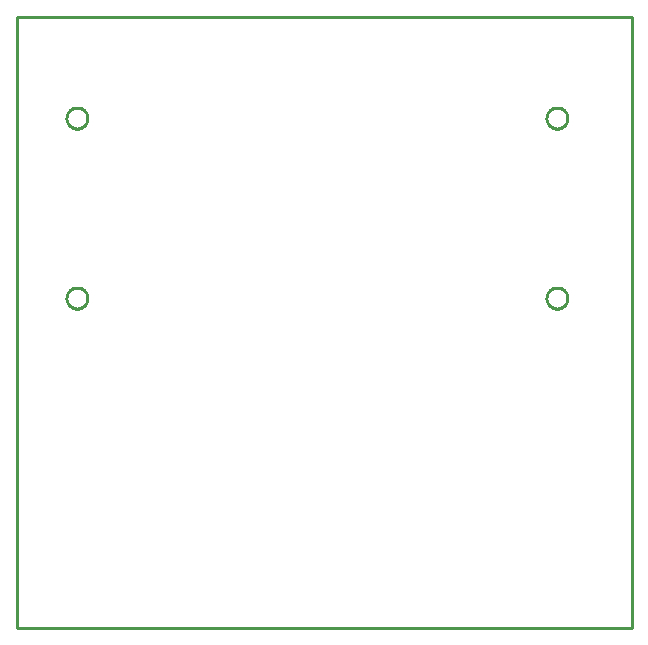
<source format=gbr>
G04 EAGLE Gerber RS-274X export*
G75*
%MOMM*%
%FSLAX34Y34*%
%LPD*%
%IN*%
%IPPOS*%
%AMOC8*
5,1,8,0,0,1.08239X$1,22.5*%
G01*
%ADD10C,0.254000*%


D10*
X0Y0D02*
X520500Y0D01*
X520500Y517400D01*
X0Y517400D01*
X0Y0D01*
X59690Y279012D02*
X59622Y278239D01*
X59488Y277474D01*
X59287Y276724D01*
X59021Y275995D01*
X58693Y275291D01*
X58305Y274619D01*
X57860Y273983D01*
X57361Y273388D01*
X56812Y272839D01*
X56217Y272340D01*
X55581Y271895D01*
X54909Y271507D01*
X54205Y271179D01*
X53476Y270913D01*
X52726Y270712D01*
X51961Y270578D01*
X51188Y270510D01*
X50412Y270510D01*
X49639Y270578D01*
X48874Y270712D01*
X48124Y270913D01*
X47395Y271179D01*
X46691Y271507D01*
X46019Y271895D01*
X45383Y272340D01*
X44788Y272839D01*
X44239Y273388D01*
X43740Y273983D01*
X43295Y274619D01*
X42907Y275291D01*
X42579Y275995D01*
X42313Y276724D01*
X42112Y277474D01*
X41978Y278239D01*
X41910Y279012D01*
X41910Y279788D01*
X41978Y280561D01*
X42112Y281326D01*
X42313Y282076D01*
X42579Y282805D01*
X42907Y283509D01*
X43295Y284181D01*
X43740Y284817D01*
X44239Y285412D01*
X44788Y285961D01*
X45383Y286460D01*
X46019Y286905D01*
X46691Y287293D01*
X47395Y287621D01*
X48124Y287887D01*
X48874Y288088D01*
X49639Y288222D01*
X50412Y288290D01*
X51188Y288290D01*
X51961Y288222D01*
X52726Y288088D01*
X53476Y287887D01*
X54205Y287621D01*
X54909Y287293D01*
X55581Y286905D01*
X56217Y286460D01*
X56812Y285961D01*
X57361Y285412D01*
X57860Y284817D01*
X58305Y284181D01*
X58693Y283509D01*
X59021Y282805D01*
X59287Y282076D01*
X59488Y281326D01*
X59622Y280561D01*
X59690Y279788D01*
X59690Y279012D01*
X59690Y431412D02*
X59622Y430639D01*
X59488Y429874D01*
X59287Y429124D01*
X59021Y428395D01*
X58693Y427691D01*
X58305Y427019D01*
X57860Y426383D01*
X57361Y425788D01*
X56812Y425239D01*
X56217Y424740D01*
X55581Y424295D01*
X54909Y423907D01*
X54205Y423579D01*
X53476Y423313D01*
X52726Y423112D01*
X51961Y422978D01*
X51188Y422910D01*
X50412Y422910D01*
X49639Y422978D01*
X48874Y423112D01*
X48124Y423313D01*
X47395Y423579D01*
X46691Y423907D01*
X46019Y424295D01*
X45383Y424740D01*
X44788Y425239D01*
X44239Y425788D01*
X43740Y426383D01*
X43295Y427019D01*
X42907Y427691D01*
X42579Y428395D01*
X42313Y429124D01*
X42112Y429874D01*
X41978Y430639D01*
X41910Y431412D01*
X41910Y432188D01*
X41978Y432961D01*
X42112Y433726D01*
X42313Y434476D01*
X42579Y435205D01*
X42907Y435909D01*
X43295Y436581D01*
X43740Y437217D01*
X44239Y437812D01*
X44788Y438361D01*
X45383Y438860D01*
X46019Y439305D01*
X46691Y439693D01*
X47395Y440021D01*
X48124Y440287D01*
X48874Y440488D01*
X49639Y440622D01*
X50412Y440690D01*
X51188Y440690D01*
X51961Y440622D01*
X52726Y440488D01*
X53476Y440287D01*
X54205Y440021D01*
X54909Y439693D01*
X55581Y439305D01*
X56217Y438860D01*
X56812Y438361D01*
X57361Y437812D01*
X57860Y437217D01*
X58305Y436581D01*
X58693Y435909D01*
X59021Y435205D01*
X59287Y434476D01*
X59488Y433726D01*
X59622Y432961D01*
X59690Y432188D01*
X59690Y431412D01*
X466090Y431412D02*
X466022Y430639D01*
X465888Y429874D01*
X465687Y429124D01*
X465421Y428395D01*
X465093Y427691D01*
X464705Y427019D01*
X464260Y426383D01*
X463761Y425788D01*
X463212Y425239D01*
X462617Y424740D01*
X461981Y424295D01*
X461309Y423907D01*
X460605Y423579D01*
X459876Y423313D01*
X459126Y423112D01*
X458361Y422978D01*
X457588Y422910D01*
X456812Y422910D01*
X456039Y422978D01*
X455274Y423112D01*
X454524Y423313D01*
X453795Y423579D01*
X453091Y423907D01*
X452419Y424295D01*
X451783Y424740D01*
X451188Y425239D01*
X450639Y425788D01*
X450140Y426383D01*
X449695Y427019D01*
X449307Y427691D01*
X448979Y428395D01*
X448713Y429124D01*
X448512Y429874D01*
X448378Y430639D01*
X448310Y431412D01*
X448310Y432188D01*
X448378Y432961D01*
X448512Y433726D01*
X448713Y434476D01*
X448979Y435205D01*
X449307Y435909D01*
X449695Y436581D01*
X450140Y437217D01*
X450639Y437812D01*
X451188Y438361D01*
X451783Y438860D01*
X452419Y439305D01*
X453091Y439693D01*
X453795Y440021D01*
X454524Y440287D01*
X455274Y440488D01*
X456039Y440622D01*
X456812Y440690D01*
X457588Y440690D01*
X458361Y440622D01*
X459126Y440488D01*
X459876Y440287D01*
X460605Y440021D01*
X461309Y439693D01*
X461981Y439305D01*
X462617Y438860D01*
X463212Y438361D01*
X463761Y437812D01*
X464260Y437217D01*
X464705Y436581D01*
X465093Y435909D01*
X465421Y435205D01*
X465687Y434476D01*
X465888Y433726D01*
X466022Y432961D01*
X466090Y432188D01*
X466090Y431412D01*
X466090Y279012D02*
X466022Y278239D01*
X465888Y277474D01*
X465687Y276724D01*
X465421Y275995D01*
X465093Y275291D01*
X464705Y274619D01*
X464260Y273983D01*
X463761Y273388D01*
X463212Y272839D01*
X462617Y272340D01*
X461981Y271895D01*
X461309Y271507D01*
X460605Y271179D01*
X459876Y270913D01*
X459126Y270712D01*
X458361Y270578D01*
X457588Y270510D01*
X456812Y270510D01*
X456039Y270578D01*
X455274Y270712D01*
X454524Y270913D01*
X453795Y271179D01*
X453091Y271507D01*
X452419Y271895D01*
X451783Y272340D01*
X451188Y272839D01*
X450639Y273388D01*
X450140Y273983D01*
X449695Y274619D01*
X449307Y275291D01*
X448979Y275995D01*
X448713Y276724D01*
X448512Y277474D01*
X448378Y278239D01*
X448310Y279012D01*
X448310Y279788D01*
X448378Y280561D01*
X448512Y281326D01*
X448713Y282076D01*
X448979Y282805D01*
X449307Y283509D01*
X449695Y284181D01*
X450140Y284817D01*
X450639Y285412D01*
X451188Y285961D01*
X451783Y286460D01*
X452419Y286905D01*
X453091Y287293D01*
X453795Y287621D01*
X454524Y287887D01*
X455274Y288088D01*
X456039Y288222D01*
X456812Y288290D01*
X457588Y288290D01*
X458361Y288222D01*
X459126Y288088D01*
X459876Y287887D01*
X460605Y287621D01*
X461309Y287293D01*
X461981Y286905D01*
X462617Y286460D01*
X463212Y285961D01*
X463761Y285412D01*
X464260Y284817D01*
X464705Y284181D01*
X465093Y283509D01*
X465421Y282805D01*
X465687Y282076D01*
X465888Y281326D01*
X466022Y280561D01*
X466090Y279788D01*
X466090Y279012D01*
M02*

</source>
